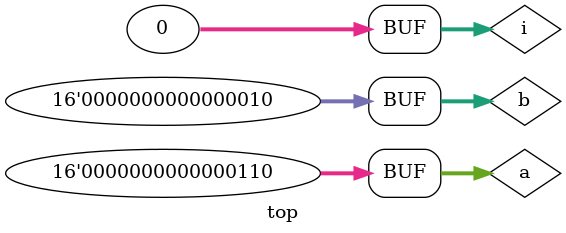
<source format=v>
`include "cla_gpk_16.v"
module top;
  wire [16:0] sum;
 
  reg [15:0] a, b;
  
  integer i=0;
  sixteenTwoBitAdder d1(sum[16:0], a[15:0], b[15:0]);
  
  initial
  begin
    $display("input 1     input 2         sum ");
  end
  

  initial
  begin
    a=16'b0010000000000001; b=16'b0001000000000001;
    #100  a=16'b0000000000000010; b=16'b0000000000000010;
    #100  a=16'b0000000000000110; b=16'b0000000000000010;


  end
 
  initial
    begin
        $monitor("%d      %d       %d  ", a[15:0], b[15:0], sum[16:0]);
  
    end
    

  
endmodule

</source>
